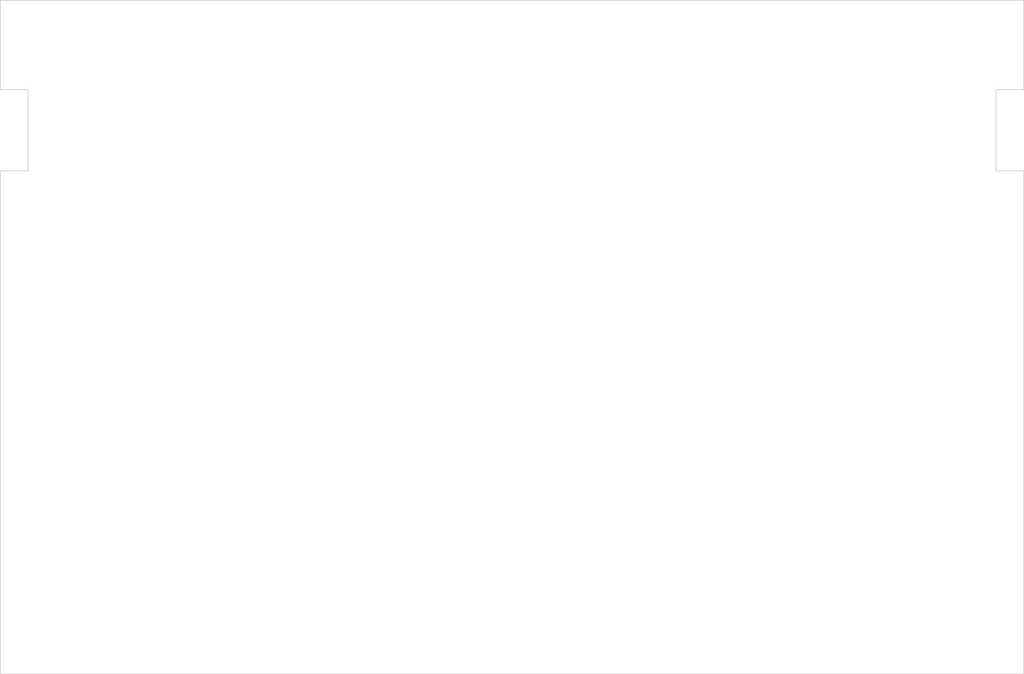
<source format=kicad_pcb>
(kicad_pcb
	(version 20241229)
	(generator "pcbnew")
	(generator_version "9.0")
	(general
		(thickness 1.6)
		(legacy_teardrops no)
	)
	(paper "A4")
	(layers
		(0 "F.Cu" signal)
		(2 "B.Cu" signal)
		(9 "F.Adhes" user "F.Adhesive")
		(11 "B.Adhes" user "B.Adhesive")
		(13 "F.Paste" user)
		(15 "B.Paste" user)
		(5 "F.SilkS" user "F.Silkscreen")
		(7 "B.SilkS" user "B.Silkscreen")
		(1 "F.Mask" user)
		(3 "B.Mask" user)
		(17 "Dwgs.User" user "User.Drawings")
		(19 "Cmts.User" user "User.Comments")
		(21 "Eco1.User" user "User.Eco1")
		(23 "Eco2.User" user "User.Eco2")
		(25 "Edge.Cuts" user)
		(27 "Margin" user)
		(31 "F.CrtYd" user "F.Courtyard")
		(29 "B.CrtYd" user "B.Courtyard")
		(35 "F.Fab" user)
		(33 "B.Fab" user)
		(39 "User.1" user)
		(41 "User.2" user)
		(43 "User.3" user)
		(45 "User.4" user)
	)
	(setup
		(pad_to_mask_clearance 0)
		(allow_soldermask_bridges_in_footprints no)
		(tenting front back)
		(pcbplotparams
			(layerselection 0x00000000_00000000_55555555_5755f5ff)
			(plot_on_all_layers_selection 0x00000000_00000000_00000000_00000000)
			(disableapertmacros no)
			(usegerberextensions no)
			(usegerberattributes yes)
			(usegerberadvancedattributes yes)
			(creategerberjobfile yes)
			(dashed_line_dash_ratio 12.000000)
			(dashed_line_gap_ratio 3.000000)
			(svgprecision 4)
			(plotframeref no)
			(mode 1)
			(useauxorigin no)
			(hpglpennumber 1)
			(hpglpenspeed 20)
			(hpglpendiameter 15.000000)
			(pdf_front_fp_property_popups yes)
			(pdf_back_fp_property_popups yes)
			(pdf_metadata yes)
			(pdf_single_document no)
			(dxfpolygonmode yes)
			(dxfimperialunits yes)
			(dxfusepcbnewfont yes)
			(psnegative no)
			(psa4output no)
			(plot_black_and_white yes)
			(sketchpadsonfab no)
			(plotpadnumbers no)
			(hidednponfab no)
			(sketchdnponfab yes)
			(crossoutdnponfab yes)
			(subtractmaskfromsilk no)
			(outputformat 1)
			(mirror no)
			(drillshape 1)
			(scaleselection 1)
			(outputdirectory "")
		)
	)
	(net 0 "")
	(gr_line
		(start 173 51.5)
		(end 110 51.5)
		(stroke
			(width 0.05)
			(type default)
		)
		(layer "Edge.Cuts")
		(uuid "0d005bf1-82b2-4e64-a938-0ab996e44f91")
	)
	(gr_line
		(start 110 62)
		(end 110 93)
		(stroke
			(width 0.05)
			(type default)
		)
		(layer "Edge.Cuts")
		(uuid "1a8fd577-2360-4af7-814f-a9ec54e0b3f0")
	)
	(gr_line
		(start 171.3 62)
		(end 173 62)
		(stroke
			(width 0.05)
			(type solid)
		)
		(layer "Edge.Cuts")
		(uuid "58159faf-5a22-46fa-a864-ad887b289063")
	)
	(gr_line
		(start 173 93)
		(end 173 62)
		(stroke
			(width 0.05)
			(type default)
		)
		(layer "Edge.Cuts")
		(uuid "6b9ddbff-29cd-4995-a9bf-a57e7f398e60")
	)
	(gr_line
		(start 173 57)
		(end 171.3 57)
		(stroke
			(width 0.05)
			(type solid)
		)
		(layer "Edge.Cuts")
		(uuid "712f9c51-a4e4-4aca-a6b7-82443d662cb0")
	)
	(gr_line
		(start 173 57)
		(end 173 51.5)
		(stroke
			(width 0.05)
			(type default)
		)
		(layer "Edge.Cuts")
		(uuid "71aa3f41-50c2-4493-a340-ce0622a8ba5d")
	)
	(gr_line
		(start 111.7 57)
		(end 111.7 62)
		(stroke
			(width 0.05)
			(type default)
		)
		(layer "Edge.Cuts")
		(uuid "79142bbe-9005-4367-ad97-64cf8ba41bff")
	)
	(gr_line
		(start 110 62)
		(end 111.7 62)
		(stroke
			(width 0.05)
			(type solid)
		)
		(layer "Edge.Cuts")
		(uuid "7ad9dfa2-640a-4388-9de1-fc964439722b")
	)
	(gr_line
		(start 171.3 57)
		(end 171.3 62)
		(stroke
			(width 0.05)
			(type solid)
		)
		(layer "Edge.Cuts")
		(uuid "8251d982-4230-476b-a843-630433ae9ce6")
	)
	(gr_line
		(start 110 51.5)
		(end 110 57)
		(stroke
			(width 0.05)
			(type default)
		)
		(layer "Edge.Cuts")
		(uuid "8fad5d21-f616-42aa-aff5-15a6a615722e")
	)
	(gr_line
		(start 173 93)
		(end 110 93)
		(stroke
			(width 0.05)
			(type solid)
		)
		(layer "Edge.Cuts")
		(uuid "99db29af-8472-4ce9-86ef-6c56f9c93fdf")
	)
	(gr_line
		(start 110 57)
		(end 111.7 57)
		(stroke
			(width 0.05)
			(type solid)
		)
		(layer "Edge.Cuts")
		(uuid "c35891ff-3865-4667-96e5-d781817d459f")
	)
	(embedded_fonts no)
)

</source>
